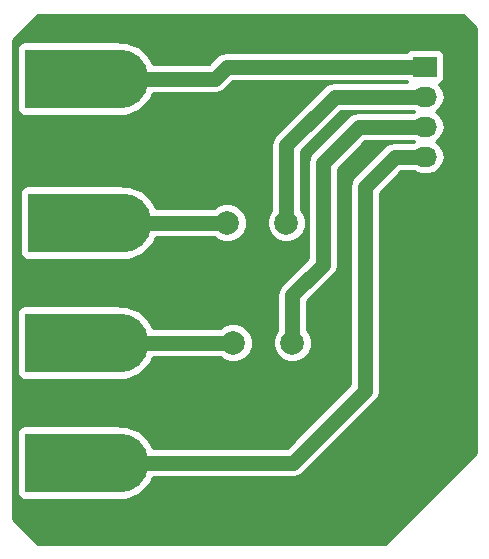
<source format=gbr>
G04 #@! TF.FileFunction,Copper,L1,Top,Signal*
%FSLAX46Y46*%
G04 Gerber Fmt 4.6, Leading zero omitted, Abs format (unit mm)*
G04 Created by KiCad (PCBNEW 4.0.4-stable) date 02/19/17 00:05:06*
%MOMM*%
%LPD*%
G01*
G04 APERTURE LIST*
%ADD10C,0.100000*%
%ADD11C,5.000000*%
%ADD12R,8.000000X5.000000*%
%ADD13R,2.032000X1.727200*%
%ADD14O,2.032000X1.727200*%
%ADD15C,1.998980*%
%ADD16C,1.250000*%
%ADD17C,0.254000*%
G04 APERTURE END LIST*
D10*
D11*
X120396000Y-102108000D03*
D12*
X116396000Y-102108000D03*
D11*
X120650000Y-114300000D03*
D12*
X116650000Y-114300000D03*
D11*
X120396000Y-124460000D03*
D12*
X116396000Y-124460000D03*
D11*
X120396000Y-134620000D03*
D12*
X116396000Y-134620000D03*
D13*
X146304000Y-101092000D03*
D14*
X146304000Y-103632000D03*
X146304000Y-106172000D03*
X146304000Y-108712000D03*
D15*
X130088640Y-124460000D03*
X135089900Y-124460000D03*
X129580640Y-114300000D03*
X134581900Y-114300000D03*
D16*
X146304000Y-101092000D02*
X129540000Y-101092000D01*
X128524000Y-102108000D02*
X120396000Y-102108000D01*
X129540000Y-101092000D02*
X128524000Y-102108000D01*
X146304000Y-103632000D02*
X138684000Y-103632000D01*
X134581900Y-107734100D02*
X134581900Y-114300000D01*
X138684000Y-103632000D02*
X134581900Y-107734100D01*
X120650000Y-114300000D02*
X129580640Y-114300000D01*
X135089900Y-124460000D02*
X135089900Y-120434100D01*
X140716000Y-106172000D02*
X146304000Y-106172000D01*
X137668000Y-109220000D02*
X140716000Y-106172000D01*
X137668000Y-117856000D02*
X137668000Y-109220000D01*
X135089900Y-120434100D02*
X137668000Y-117856000D01*
X120396000Y-124460000D02*
X130088640Y-124460000D01*
X146304000Y-108712000D02*
X143764000Y-108712000D01*
X135128000Y-134620000D02*
X120396000Y-134620000D01*
X141224000Y-128524000D02*
X135128000Y-134620000D01*
X141224000Y-111252000D02*
X141224000Y-128524000D01*
X143764000Y-108712000D02*
X141224000Y-111252000D01*
D17*
G36*
X150674000Y-97830091D02*
X150674000Y-133817908D01*
X142961908Y-141530000D01*
X113578091Y-141530000D01*
X111454000Y-139405908D01*
X111454000Y-121960000D01*
X111748560Y-121960000D01*
X111748560Y-126960000D01*
X111792838Y-127195317D01*
X111931910Y-127411441D01*
X112144110Y-127556431D01*
X112396000Y-127607440D01*
X120396000Y-127607440D01*
X120461803Y-127595058D01*
X121016854Y-127595543D01*
X122169515Y-127119273D01*
X123052174Y-126238153D01*
X123267330Y-125720000D01*
X129036939Y-125720000D01*
X129161567Y-125844846D01*
X129762093Y-126094206D01*
X130412334Y-126094774D01*
X131013295Y-125846462D01*
X131473486Y-125387073D01*
X131722846Y-124786547D01*
X131723414Y-124136306D01*
X131475102Y-123535345D01*
X131015713Y-123075154D01*
X130415187Y-122825794D01*
X129764946Y-122825226D01*
X129163985Y-123073538D01*
X129037302Y-123200000D01*
X123267453Y-123200000D01*
X123055273Y-122686485D01*
X122174153Y-121803826D01*
X121022326Y-121325546D01*
X120457692Y-121325053D01*
X120396000Y-121312560D01*
X112396000Y-121312560D01*
X112160683Y-121356838D01*
X111944559Y-121495910D01*
X111799569Y-121708110D01*
X111748560Y-121960000D01*
X111454000Y-121960000D01*
X111454000Y-111800000D01*
X112002560Y-111800000D01*
X112002560Y-116800000D01*
X112046838Y-117035317D01*
X112185910Y-117251441D01*
X112398110Y-117396431D01*
X112650000Y-117447440D01*
X120650000Y-117447440D01*
X120715803Y-117435058D01*
X121270854Y-117435543D01*
X122423515Y-116959273D01*
X123306174Y-116078153D01*
X123521330Y-115560000D01*
X128528939Y-115560000D01*
X128653567Y-115684846D01*
X129254093Y-115934206D01*
X129904334Y-115934774D01*
X130505295Y-115686462D01*
X130965486Y-115227073D01*
X131214846Y-114626547D01*
X131215414Y-113976306D01*
X130967102Y-113375345D01*
X130507713Y-112915154D01*
X129907187Y-112665794D01*
X129256946Y-112665226D01*
X128655985Y-112913538D01*
X128529302Y-113040000D01*
X123521453Y-113040000D01*
X123309273Y-112526485D01*
X122428153Y-111643826D01*
X121276326Y-111165546D01*
X120711692Y-111165053D01*
X120650000Y-111152560D01*
X112650000Y-111152560D01*
X112414683Y-111196838D01*
X112198559Y-111335910D01*
X112053569Y-111548110D01*
X112002560Y-111800000D01*
X111454000Y-111800000D01*
X111454000Y-99608000D01*
X111748560Y-99608000D01*
X111748560Y-104608000D01*
X111792838Y-104843317D01*
X111931910Y-105059441D01*
X112144110Y-105204431D01*
X112396000Y-105255440D01*
X120396000Y-105255440D01*
X120461803Y-105243058D01*
X121016854Y-105243543D01*
X122169515Y-104767273D01*
X123052174Y-103886153D01*
X123267330Y-103368000D01*
X128523995Y-103368000D01*
X128524000Y-103368001D01*
X129006181Y-103272088D01*
X129414955Y-102998955D01*
X130061910Y-102352000D01*
X144788492Y-102352000D01*
X144801362Y-102372000D01*
X138684000Y-102372000D01*
X138201819Y-102467912D01*
X137793045Y-102741045D01*
X137793043Y-102741048D01*
X133690945Y-106843145D01*
X133417812Y-107251919D01*
X133321899Y-107734100D01*
X133321900Y-107734105D01*
X133321900Y-113248299D01*
X133197054Y-113372927D01*
X132947694Y-113973453D01*
X132947126Y-114623694D01*
X133195438Y-115224655D01*
X133654827Y-115684846D01*
X134255353Y-115934206D01*
X134905594Y-115934774D01*
X135506555Y-115686462D01*
X135966746Y-115227073D01*
X136216106Y-114626547D01*
X136216674Y-113976306D01*
X135968362Y-113375345D01*
X135841900Y-113248662D01*
X135841900Y-108256010D01*
X139205909Y-104892000D01*
X145359400Y-104892000D01*
X145374366Y-104902000D01*
X145359400Y-104912000D01*
X140716005Y-104912000D01*
X140716000Y-104911999D01*
X140233819Y-105007912D01*
X139825045Y-105281045D01*
X136777045Y-108329045D01*
X136503912Y-108737819D01*
X136407999Y-109220000D01*
X136408000Y-109220005D01*
X136408000Y-117334090D01*
X134198945Y-119543145D01*
X133925812Y-119951919D01*
X133829899Y-120434100D01*
X133829900Y-120434105D01*
X133829900Y-123408299D01*
X133705054Y-123532927D01*
X133455694Y-124133453D01*
X133455126Y-124783694D01*
X133703438Y-125384655D01*
X134162827Y-125844846D01*
X134763353Y-126094206D01*
X135413594Y-126094774D01*
X136014555Y-125846462D01*
X136474746Y-125387073D01*
X136724106Y-124786547D01*
X136724674Y-124136306D01*
X136476362Y-123535345D01*
X136349900Y-123408662D01*
X136349900Y-120956010D01*
X138558955Y-118746955D01*
X138832088Y-118338181D01*
X138928001Y-117856000D01*
X138928000Y-117855995D01*
X138928000Y-109741910D01*
X141237910Y-107432000D01*
X145359400Y-107432000D01*
X145374366Y-107442000D01*
X145359400Y-107452000D01*
X143764000Y-107452000D01*
X143281819Y-107547912D01*
X142873045Y-107821045D01*
X142873043Y-107821048D01*
X140333045Y-110361045D01*
X140059912Y-110769819D01*
X139963999Y-111252000D01*
X139964000Y-111252005D01*
X139964000Y-128002091D01*
X134606090Y-133360000D01*
X123267453Y-133360000D01*
X123055273Y-132846485D01*
X122174153Y-131963826D01*
X121022326Y-131485546D01*
X120457692Y-131485053D01*
X120396000Y-131472560D01*
X112396000Y-131472560D01*
X112160683Y-131516838D01*
X111944559Y-131655910D01*
X111799569Y-131868110D01*
X111748560Y-132120000D01*
X111748560Y-137120000D01*
X111792838Y-137355317D01*
X111931910Y-137571441D01*
X112144110Y-137716431D01*
X112396000Y-137767440D01*
X120396000Y-137767440D01*
X120461803Y-137755058D01*
X121016854Y-137755543D01*
X122169515Y-137279273D01*
X123052174Y-136398153D01*
X123267330Y-135880000D01*
X135127995Y-135880000D01*
X135128000Y-135880001D01*
X135610181Y-135784088D01*
X136018955Y-135510955D01*
X142114952Y-129414957D01*
X142114955Y-129414955D01*
X142388088Y-129006181D01*
X142484001Y-128524000D01*
X142484000Y-128523995D01*
X142484000Y-111773910D01*
X144285909Y-109972000D01*
X145359400Y-109972000D01*
X145545766Y-110096526D01*
X146119255Y-110210600D01*
X146488745Y-110210600D01*
X147062234Y-110096526D01*
X147548415Y-109771670D01*
X147873271Y-109285489D01*
X147987345Y-108712000D01*
X147873271Y-108138511D01*
X147548415Y-107652330D01*
X147233634Y-107442000D01*
X147548415Y-107231670D01*
X147873271Y-106745489D01*
X147987345Y-106172000D01*
X147873271Y-105598511D01*
X147548415Y-105112330D01*
X147233634Y-104902000D01*
X147548415Y-104691670D01*
X147873271Y-104205489D01*
X147987345Y-103632000D01*
X147873271Y-103058511D01*
X147548415Y-102572330D01*
X147534087Y-102562757D01*
X147555317Y-102558762D01*
X147771441Y-102419690D01*
X147916431Y-102207490D01*
X147967440Y-101955600D01*
X147967440Y-100228400D01*
X147923162Y-99993083D01*
X147784090Y-99776959D01*
X147571890Y-99631969D01*
X147320000Y-99580960D01*
X145288000Y-99580960D01*
X145052683Y-99625238D01*
X144836559Y-99764310D01*
X144790308Y-99832000D01*
X129540005Y-99832000D01*
X129540000Y-99831999D01*
X129057819Y-99927912D01*
X128649045Y-100201045D01*
X128002090Y-100848000D01*
X123267453Y-100848000D01*
X123055273Y-100334485D01*
X122174153Y-99451826D01*
X121022326Y-98973546D01*
X120457692Y-98973053D01*
X120396000Y-98960560D01*
X112396000Y-98960560D01*
X112160683Y-99004838D01*
X111944559Y-99143910D01*
X111799569Y-99356110D01*
X111748560Y-99608000D01*
X111454000Y-99608000D01*
X111454000Y-98846092D01*
X113578091Y-96722000D01*
X149565908Y-96722000D01*
X150674000Y-97830091D01*
X150674000Y-97830091D01*
G37*
X150674000Y-97830091D02*
X150674000Y-133817908D01*
X142961908Y-141530000D01*
X113578091Y-141530000D01*
X111454000Y-139405908D01*
X111454000Y-121960000D01*
X111748560Y-121960000D01*
X111748560Y-126960000D01*
X111792838Y-127195317D01*
X111931910Y-127411441D01*
X112144110Y-127556431D01*
X112396000Y-127607440D01*
X120396000Y-127607440D01*
X120461803Y-127595058D01*
X121016854Y-127595543D01*
X122169515Y-127119273D01*
X123052174Y-126238153D01*
X123267330Y-125720000D01*
X129036939Y-125720000D01*
X129161567Y-125844846D01*
X129762093Y-126094206D01*
X130412334Y-126094774D01*
X131013295Y-125846462D01*
X131473486Y-125387073D01*
X131722846Y-124786547D01*
X131723414Y-124136306D01*
X131475102Y-123535345D01*
X131015713Y-123075154D01*
X130415187Y-122825794D01*
X129764946Y-122825226D01*
X129163985Y-123073538D01*
X129037302Y-123200000D01*
X123267453Y-123200000D01*
X123055273Y-122686485D01*
X122174153Y-121803826D01*
X121022326Y-121325546D01*
X120457692Y-121325053D01*
X120396000Y-121312560D01*
X112396000Y-121312560D01*
X112160683Y-121356838D01*
X111944559Y-121495910D01*
X111799569Y-121708110D01*
X111748560Y-121960000D01*
X111454000Y-121960000D01*
X111454000Y-111800000D01*
X112002560Y-111800000D01*
X112002560Y-116800000D01*
X112046838Y-117035317D01*
X112185910Y-117251441D01*
X112398110Y-117396431D01*
X112650000Y-117447440D01*
X120650000Y-117447440D01*
X120715803Y-117435058D01*
X121270854Y-117435543D01*
X122423515Y-116959273D01*
X123306174Y-116078153D01*
X123521330Y-115560000D01*
X128528939Y-115560000D01*
X128653567Y-115684846D01*
X129254093Y-115934206D01*
X129904334Y-115934774D01*
X130505295Y-115686462D01*
X130965486Y-115227073D01*
X131214846Y-114626547D01*
X131215414Y-113976306D01*
X130967102Y-113375345D01*
X130507713Y-112915154D01*
X129907187Y-112665794D01*
X129256946Y-112665226D01*
X128655985Y-112913538D01*
X128529302Y-113040000D01*
X123521453Y-113040000D01*
X123309273Y-112526485D01*
X122428153Y-111643826D01*
X121276326Y-111165546D01*
X120711692Y-111165053D01*
X120650000Y-111152560D01*
X112650000Y-111152560D01*
X112414683Y-111196838D01*
X112198559Y-111335910D01*
X112053569Y-111548110D01*
X112002560Y-111800000D01*
X111454000Y-111800000D01*
X111454000Y-99608000D01*
X111748560Y-99608000D01*
X111748560Y-104608000D01*
X111792838Y-104843317D01*
X111931910Y-105059441D01*
X112144110Y-105204431D01*
X112396000Y-105255440D01*
X120396000Y-105255440D01*
X120461803Y-105243058D01*
X121016854Y-105243543D01*
X122169515Y-104767273D01*
X123052174Y-103886153D01*
X123267330Y-103368000D01*
X128523995Y-103368000D01*
X128524000Y-103368001D01*
X129006181Y-103272088D01*
X129414955Y-102998955D01*
X130061910Y-102352000D01*
X144788492Y-102352000D01*
X144801362Y-102372000D01*
X138684000Y-102372000D01*
X138201819Y-102467912D01*
X137793045Y-102741045D01*
X137793043Y-102741048D01*
X133690945Y-106843145D01*
X133417812Y-107251919D01*
X133321899Y-107734100D01*
X133321900Y-107734105D01*
X133321900Y-113248299D01*
X133197054Y-113372927D01*
X132947694Y-113973453D01*
X132947126Y-114623694D01*
X133195438Y-115224655D01*
X133654827Y-115684846D01*
X134255353Y-115934206D01*
X134905594Y-115934774D01*
X135506555Y-115686462D01*
X135966746Y-115227073D01*
X136216106Y-114626547D01*
X136216674Y-113976306D01*
X135968362Y-113375345D01*
X135841900Y-113248662D01*
X135841900Y-108256010D01*
X139205909Y-104892000D01*
X145359400Y-104892000D01*
X145374366Y-104902000D01*
X145359400Y-104912000D01*
X140716005Y-104912000D01*
X140716000Y-104911999D01*
X140233819Y-105007912D01*
X139825045Y-105281045D01*
X136777045Y-108329045D01*
X136503912Y-108737819D01*
X136407999Y-109220000D01*
X136408000Y-109220005D01*
X136408000Y-117334090D01*
X134198945Y-119543145D01*
X133925812Y-119951919D01*
X133829899Y-120434100D01*
X133829900Y-120434105D01*
X133829900Y-123408299D01*
X133705054Y-123532927D01*
X133455694Y-124133453D01*
X133455126Y-124783694D01*
X133703438Y-125384655D01*
X134162827Y-125844846D01*
X134763353Y-126094206D01*
X135413594Y-126094774D01*
X136014555Y-125846462D01*
X136474746Y-125387073D01*
X136724106Y-124786547D01*
X136724674Y-124136306D01*
X136476362Y-123535345D01*
X136349900Y-123408662D01*
X136349900Y-120956010D01*
X138558955Y-118746955D01*
X138832088Y-118338181D01*
X138928001Y-117856000D01*
X138928000Y-117855995D01*
X138928000Y-109741910D01*
X141237910Y-107432000D01*
X145359400Y-107432000D01*
X145374366Y-107442000D01*
X145359400Y-107452000D01*
X143764000Y-107452000D01*
X143281819Y-107547912D01*
X142873045Y-107821045D01*
X142873043Y-107821048D01*
X140333045Y-110361045D01*
X140059912Y-110769819D01*
X139963999Y-111252000D01*
X139964000Y-111252005D01*
X139964000Y-128002091D01*
X134606090Y-133360000D01*
X123267453Y-133360000D01*
X123055273Y-132846485D01*
X122174153Y-131963826D01*
X121022326Y-131485546D01*
X120457692Y-131485053D01*
X120396000Y-131472560D01*
X112396000Y-131472560D01*
X112160683Y-131516838D01*
X111944559Y-131655910D01*
X111799569Y-131868110D01*
X111748560Y-132120000D01*
X111748560Y-137120000D01*
X111792838Y-137355317D01*
X111931910Y-137571441D01*
X112144110Y-137716431D01*
X112396000Y-137767440D01*
X120396000Y-137767440D01*
X120461803Y-137755058D01*
X121016854Y-137755543D01*
X122169515Y-137279273D01*
X123052174Y-136398153D01*
X123267330Y-135880000D01*
X135127995Y-135880000D01*
X135128000Y-135880001D01*
X135610181Y-135784088D01*
X136018955Y-135510955D01*
X142114952Y-129414957D01*
X142114955Y-129414955D01*
X142388088Y-129006181D01*
X142484001Y-128524000D01*
X142484000Y-128523995D01*
X142484000Y-111773910D01*
X144285909Y-109972000D01*
X145359400Y-109972000D01*
X145545766Y-110096526D01*
X146119255Y-110210600D01*
X146488745Y-110210600D01*
X147062234Y-110096526D01*
X147548415Y-109771670D01*
X147873271Y-109285489D01*
X147987345Y-108712000D01*
X147873271Y-108138511D01*
X147548415Y-107652330D01*
X147233634Y-107442000D01*
X147548415Y-107231670D01*
X147873271Y-106745489D01*
X147987345Y-106172000D01*
X147873271Y-105598511D01*
X147548415Y-105112330D01*
X147233634Y-104902000D01*
X147548415Y-104691670D01*
X147873271Y-104205489D01*
X147987345Y-103632000D01*
X147873271Y-103058511D01*
X147548415Y-102572330D01*
X147534087Y-102562757D01*
X147555317Y-102558762D01*
X147771441Y-102419690D01*
X147916431Y-102207490D01*
X147967440Y-101955600D01*
X147967440Y-100228400D01*
X147923162Y-99993083D01*
X147784090Y-99776959D01*
X147571890Y-99631969D01*
X147320000Y-99580960D01*
X145288000Y-99580960D01*
X145052683Y-99625238D01*
X144836559Y-99764310D01*
X144790308Y-99832000D01*
X129540005Y-99832000D01*
X129540000Y-99831999D01*
X129057819Y-99927912D01*
X128649045Y-100201045D01*
X128002090Y-100848000D01*
X123267453Y-100848000D01*
X123055273Y-100334485D01*
X122174153Y-99451826D01*
X121022326Y-98973546D01*
X120457692Y-98973053D01*
X120396000Y-98960560D01*
X112396000Y-98960560D01*
X112160683Y-99004838D01*
X111944559Y-99143910D01*
X111799569Y-99356110D01*
X111748560Y-99608000D01*
X111454000Y-99608000D01*
X111454000Y-98846092D01*
X113578091Y-96722000D01*
X149565908Y-96722000D01*
X150674000Y-97830091D01*
M02*

</source>
